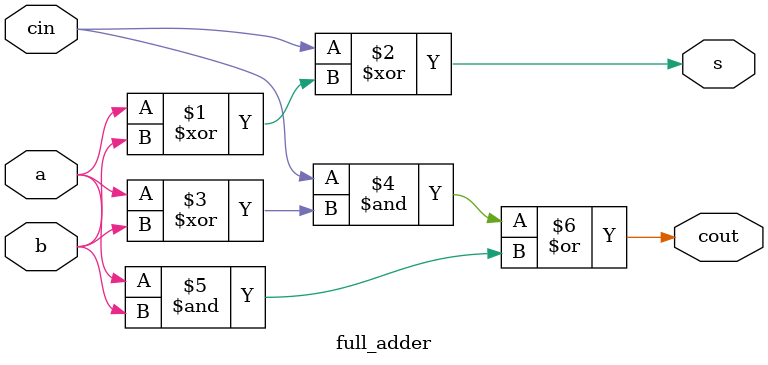
<source format=v>
`timescale 1ns/1ns

module buffer_tb
();
reg                    clk,reset;
reg                    ready_in,valid_in;
reg         [15:0]      data_in;
wire        [15:0]      data_out;
wire                   ready_out,valid_out;


buffer a( .clk(clk), .reset(reset),
        .ready_in(ready_in), .valid_in(valid_in),
        .data_in(data_in),
        .data_out(data_out),
        .ready_out(ready_out), .valid_out(valid_out));

initial begin
$dumpfile("buffer_tb.vcd");
$dumpvars(0,buffer_tb);


clk='b0;
reset='b1;
data_in='h001;
ready_in='b1;
valid_in='b1;
#10                     //circle 0
clk=~clk;
reset='b0;
ready_in='b1;
valid_in='b1;
data_in='h00A;
#10
clk=~clk;
reset='b0;
ready_in='b1;
valid_in='b1;
data_in='h00A;
#10                     //circle 1
clk=~clk;
reset='b0;
ready_in='b1;
valid_in='b1;
data_in='h00B;
#10
clk=~clk;
reset='b0;
ready_in='b1;
valid_in='b1;
data_in='h00B;
#10                     //circle 2
clk=~clk;
reset='b0;
ready_in='b1;
valid_in='b1;
data_in='h00C;
#10
clk=~clk;
reset='b0;
ready_in='b1;
valid_in='b1;
data_in='h00C;
#10                     //circle 3
clk=~clk;
reset='b0;
ready_in='b0;
valid_in='b1;
data_in='h00D;
#10
clk=~clk;
reset='b0;
ready_in='b0;
valid_in='b1;
data_in='h00D;
#10                     //circle 4
clk=~clk;
reset='b0;
ready_in='b1;
valid_in='b1;
data_in='h00E;
#10
clk=~clk;
reset='b0;
ready_in='b1;
valid_in='b1;
data_in='h00E;
#10                     //circle 5
clk=~clk;
reset='b0;
ready_in='b1;
valid_in='b1;
data_in='h00E;
#10
clk=~clk;
reset='b0;
ready_in='b1;
valid_in='b1;
data_in='h00E;
#10                     //circle 6
clk=~clk;
reset='b0;
ready_in='b1;
valid_in='b1;
data_in='h00F;
#10
clk=~clk;
reset='b0;
ready_in='b1;
valid_in='b1;
data_in='h00F;

#10
clk=~clk;
ready_in='b1;
valid_in='b0;
repeat (8)#10 clk=~clk;
data_in='h005;
valid_in='b1;
repeat(2)#10 clk=~clk;
valid_in='b0;
ready_in='b1;
repeat(4)#10 clk=~clk;



end

endmodule


//////////ELASTIC BUFFER/////////////
module buffer
(
    input                   clk,reset,
    input                   ready_in,valid_in,
    input       [15:0]      data_in,
    output      [15:0]      data_out,
    output                  ready_out,valid_out
);
wire            fifo_full,fifo_empty;
wire            control_push,control_pop;

assign control_push=valid_in&!fifo_full;
assign control_pop=ready_in&!fifo_empty;

assign ready_out=!fifo_full;
assign valid_out=!fifo_empty;

FIFO fifo( .clk(clk), .reset(reset),
           .push(control_push), .pop(control_pop),
           .data_in(data_in),
           .data_out(data_out),
           .fifo_full(fifo_full), .fifo_empty(fifo_empty));


endmodule

//////////FIFO///////////////////////
module FIFO
#(
parameter  flit_size       = 16,
parameter  size_mem        = 16,                 //number of slot
parameter  size_pointer    = 4                   //pointer of the fifo (resize to fit the size of mem);
)

(
    input                                clk,reset,
    input                                push,pop,
    input           [flit_size-1:0]      data_in,
    output   reg    [flit_size-1:0]      data_out,
    output                               fifo_full,fifo_empty
);


reg     [flit_size-1:0]                 mem     [size_mem-1:0];          //fifo has size slot of 16 bit data storage
reg     [size_pointer-1:0]     pointer_head;                             //pointer to the head
reg     [size_pointer-1:0]     pointer_tail;                             //pointer to the tail
wire    [size_pointer-1:0]     pointer_head_inc,pointer_tail_inc;        //hold the value increment or dercrement of pointer


always @(posedge clk or posedge reset) begin
    if(reset) begin
        pointer_head<=4'b0;                       //initialize the head pointer
        pointer_tail<=4'b0;                       //initialize the tail pointer
    end
    else begin
        if(push & !fifo_full)
            pointer_head=pointer_head_inc;          //move pointer to next position
        if(pop & !fifo_empty)
            pointer_tail=pointer_tail_inc;          //move pointer to next position
    end
end

always @(posedge clk) begin                     //write side of fifo
    if(push) begin
        mem[pointer_head]=data_in;              //push new data into stack
    end
end

always @(posedge clk) begin                     //read side of fifo
    if(pop) begin
        data_out<=mem[pointer_tail];            //pop data from stack
    end
end

assign fifo_empty=!(pointer_head_inc[3]^pointer_tail_inc[3])&!(pointer_head_inc[2]^pointer_tail_inc[2])&!(pointer_head_inc[1]^pointer_tail_inc[1])&!(pointer_head_inc[0]^pointer_tail_inc[0]);   //both pointer at the same position
assign fifo_full=!(pointer_head_inc[3]^pointer_tail[3])&!(pointer_head_inc[2]^pointer_tail[2])&!(pointer_head_inc[1]^pointer_tail[1])&!(pointer_head_inc[0]^pointer_tail[0]);                    //next value of head pointer is the current position of tail value


adder_4bits head( .a(pointer_head), .b(4'b0),
                  .cin(1'b1),
                  .output_adder_4bits(pointer_head_inc));

adder_4bits tail( .a(pointer_tail), .b(4'b0),
                  .cin(1'b1),
                  .output_adder_4bits(pointer_tail_inc));

endmodule


////////////////////REGISTER///////////////////////////

module general_register
(
	input					[9:0]		D,
	input								reset,clk,en,
	output	reg		       [9:0]		Q
);

always @ (posedge clk or posedge reset) begin
if(reset) Q<='b0;
else begin
	if (en==1) Q<=D;
end
end

endmodule

//////////mux////////////////////////
module mux4_1
(
	input 	[31:0]	temp1_0,temp1_1,temp1_2,temp1_3,
	input	[1:0]	sel,
	output	[31:0]	temp2
);

assign temp2=sel[1]?(sel[0]?temp1_3:temp1_2):(sel[0]?temp1_1:temp1_0);

endmodule





//////////adder/////////////////////

module adder_4bits
(
    input   [3:0]      a,b,
    input              cin,
    output  [3:0]      output_adder_4bits,
    output             cout
);
wire    [3:0]      cout_temp;

full_adder a0( .a(a[0]), .b(b[0]), .cin(cin),
               .s(output_adder_4bits[0]), .cout(cout_temp[0]));

full_adder a1( .a(a[1]), .b(b[1]), .cin(cout_temp[0]),
               .s(output_adder_4bits[1]), .cout(cout_temp[1]));

full_adder a2( .a(a[2]), .b(b[2]), .cin(cout_temp[1]),
               .s(output_adder_4bits[2]), .cout(cout_temp[2]));

full_adder a3( .a(a[3]), .b(b[3]), .cin(cout_temp[2]),
               .s(output_adder_4bits[3]), .cout(cout_temp[3]));
assign cout=cout_temp[3];

endmodule

module full_adder
(
    input               a,b,cin,
    output              s,cout
);

assign s=cin^(a^b);
assign cout=cin&(a^b)|(a&b);

endmodule

</source>
